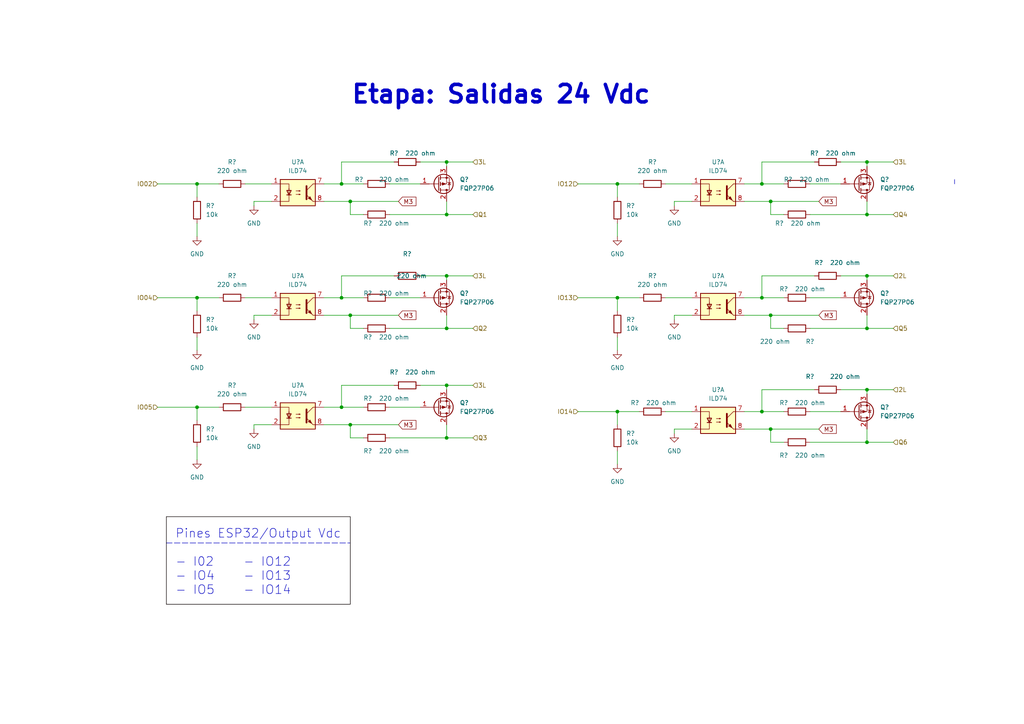
<source format=kicad_sch>
(kicad_sch (version 20211123) (generator eeschema)
  (paper "A4")
  (lib_symbols
    (symbol "Device:R" (pin_numbers hide) (pin_names (offset 0))
      (property "Reference" "R" (at 2.032 0 90))
      (property "Value" "R" (at 0 0 90))
      (symbol "R_0_1"
        (rectangle (start -1.016 -2.54) (end 1.016 2.54) (stroke (width 0.254)))
      )
      (symbol "R_1_1"
        (pin passive line (at 0 3.81 270) (length 1.27) (name "~") (number "1"))
        (pin passive line (at 0 -3.81 90) (length 1.27) (name "~") (number "2"))
      )
    )
    (symbol "Isolator:ILD74" (pin_names (offset 1.016))
      (property "Reference" "U" (at -5.08 5.08 0))
      (property "Value" "ILD74" (at 0 5.08 0))
      (symbol "ILD74_0_1"
        (rectangle (start -5.08 3.81) (end 5.08 -3.81) (stroke (width 0.254)) (fill (type background)))
        (polyline (pts (xy -3.175 -0.635) (xy -1.905 -0.635)) (stroke (width 0.254)))
        (polyline (pts (xy 2.54 0.635) (xy 4.445 2.54)))
        (polyline (pts (xy 4.445 -2.54) (xy 2.54 -0.635)) (fill (type outline)))
        (polyline (pts (xy 4.445 -2.54) (xy 5.08 -2.54)))
        (polyline (pts (xy 4.445 2.54) (xy 5.08 2.54)))
        (polyline (pts (xy -5.08 2.54) (xy -2.54 2.54) (xy -2.54 0.635)))
        (polyline (pts (xy 2.54 1.905) (xy 2.54 -1.905) (xy 2.54 -1.905)) (stroke (width 0.508)))
        (polyline (pts (xy -2.54 -0.635) (xy -3.175 0.635) (xy -1.905 0.635) (xy -2.54 -0.635)) (stroke (width 0.254)))
        (polyline (pts (xy -2.54 -0.635) (xy -2.54 1.27) (xy -2.54 -2.54) (xy -5.08 -2.54)))
        (polyline (pts (xy -0.508 -0.508) (xy 0.762 -0.508) (xy 0.381 -0.635) (xy 0.381 -0.381) (xy 0.762 -0.508)))
        (polyline (pts (xy -0.508 0.508) (xy 0.762 0.508) (xy 0.381 0.381) (xy 0.381 0.635) (xy 0.762 0.508)))
        (polyline (pts (xy 3.048 -1.651) (xy 3.556 -1.143) (xy 4.064 -2.159) (xy 3.048 -1.651) (xy 3.048 -1.651)) (fill (type outline)))
      )
      (symbol "ILD74_1_1"
        (pin passive line (at -7.62 2.54 0) (length 2.54) (name "~") (number "1"))
        (pin passive line (at -7.62 -2.54 0) (length 2.54) (name "~") (number "2"))
        (pin passive line (at 7.62 2.54 180) (length 2.54) (name "~") (number "7"))
        (pin passive line (at 7.62 -2.54 180) (length 2.54) (name "~") (number "8"))
      )
      (symbol "ILD74_2_1"
        (pin passive line (at -7.62 -2.54 0) (length 2.54) (name "~") (number "3"))
        (pin passive line (at -7.62 2.54 0) (length 2.54) (name "~") (number "4"))
        (pin passive line (at 7.62 -2.54 180) (length 2.54) (name "~") (number "5"))
        (pin passive line (at 7.62 2.54 180) (length 2.54) (name "~") (number "6"))
      )
    )
    (symbol "Transistor_FET:FQP27P06" (pin_names hide)
      (property "Reference" "Q" (at 5.08 1.905 0))
      (property "Value" "FQP27P06" (at 5.08 0 0))
      (symbol "FQP27P06_0_1"
        (polyline (pts (xy 0.254 0) (xy -2.54 0)))
        (polyline (pts (xy 0.254 1.905) (xy 0.254 -1.905)) (stroke (width 0.254)))
        (polyline (pts (xy 0.762 -1.27) (xy 0.762 -2.286)) (stroke (width 0.254)))
        (polyline (pts (xy 0.762 0.508) (xy 0.762 -0.508)) (stroke (width 0.254)))
        (polyline (pts (xy 0.762 2.286) (xy 0.762 1.27)) (stroke (width 0.254)))
        (polyline (pts (xy 2.54 2.54) (xy 2.54 1.778)))
        (polyline (pts (xy 2.54 -2.54) (xy 2.54 0) (xy 0.762 0)))
        (polyline (pts (xy 0.762 1.778) (xy 3.302 1.778) (xy 3.302 -1.778) (xy 0.762 -1.778)))
        (polyline (pts (xy 2.286 0) (xy 1.27 0.381) (xy 1.27 -0.381) (xy 2.286 0)) (fill (type outline)))
        (polyline (pts (xy 2.794 -0.508) (xy 2.921 -0.381) (xy 3.683 -0.381) (xy 3.81 -0.254)))
        (polyline (pts (xy 3.302 -0.381) (xy 2.921 0.254) (xy 3.683 0.254) (xy 3.302 -0.381)))
        (circle (center 1.651 0) (radius 2.794) (stroke (width 0.254)))
        (circle (center 2.54 -1.778) (radius 0.254) (fill (type outline)))
        (circle (center 2.54 1.778) (radius 0.254) (fill (type outline)))
      )
      (symbol "FQP27P06_1_1"
        (pin input line (at -5.08 0 0) (length 2.54) (name "G") (number "1"))
        (pin passive line (at 2.54 5.08 270) (length 2.54) (name "D") (number "2"))
        (pin passive line (at 2.54 -5.08 90) (length 2.54) (name "S") (number "3"))
      )
    )
    (symbol "power:GND" (power) (pin_names (offset 0))
      (property "Value" "GND" (at 0 -3.81 0))
      (symbol "GND_0_1"
        (polyline (pts (xy 0 0) (xy 0 -1.27) (xy 1.27 -1.27) (xy 0 -2.54) (xy -1.27 -1.27) (xy 0 -1.27)))
      )
      (symbol "GND_1_1"
        (pin power_in line (at 0 0 270) (length 0) hide (name "GND") (number "1"))
      )
    )
  )
  (junction (at 129.54 46.99))
  (junction (at 220.98 119.38))
  (junction (at 223.52 91.44))
  (junction (at 179.07 86.36))
  (junction (at 129.54 127))
  (junction (at 101.6 123.19))
  (junction (at 251.46 113.03))
  (junction (at 129.54 80.01))
  (junction (at 251.46 62.23))
  (junction (at 223.52 124.46))
  (junction (at 101.6 58.42))
  (junction (at 99.06 53.34))
  (junction (at 251.46 128.27))
  (junction (at 179.07 53.34))
  (junction (at 179.07 119.38))
  (junction (at 129.54 62.23))
  (junction (at 251.46 46.99))
  (junction (at 57.15 53.34))
  (junction (at 220.98 53.34))
  (junction (at 129.54 95.25))
  (junction (at 101.6 91.44))
  (junction (at 220.98 86.36))
  (junction (at 57.15 118.11))
  (junction (at 251.46 95.25))
  (junction (at 99.06 118.11))
  (junction (at 223.52 58.42))
  (junction (at 251.46 80.01))
  (junction (at 99.06 86.36))
  (junction (at 57.15 86.36))
  (junction (at 129.54 111.76))
  (wire (pts (xy 57.15 53.34) (xy 63.5 53.34)))
  (polyline (pts (xy 48.26 157.48) (xy 101.6 157.48)))
  (wire (pts (xy 215.9 119.38) (xy 220.98 119.38)))
  (wire (pts (xy 57.15 118.11) (xy 63.5 118.11)))
  (wire (pts (xy 234.95 86.36) (xy 243.84 86.36)))
  (wire (pts (xy 99.06 80.01) (xy 99.06 86.36)))
  (wire (pts (xy 243.84 113.03) (xy 251.46 113.03)))
  (wire (pts (xy 129.54 62.23) (xy 137.16 62.23)))
  (wire (pts (xy 101.6 127) (xy 101.6 123.19)))
  (wire (pts (xy 243.84 80.01) (xy 251.46 80.01)))
  (wire (pts (xy 114.3 46.99) (xy 99.06 46.99)))
  (wire (pts (xy 129.54 95.25) (xy 137.16 95.25)))
  (wire (pts (xy 101.6 58.42) (xy 115.57 58.42)))
  (wire (pts (xy 93.98 86.36) (xy 99.06 86.36)))
  (wire (pts (xy 167.64 86.36) (xy 179.07 86.36)))
  (wire (pts (xy 243.84 46.99) (xy 251.46 46.99)))
  (wire (pts (xy 251.46 62.23) (xy 259.08 62.23)))
  (wire (pts (xy 99.06 46.99) (xy 99.06 53.34)))
  (wire (pts (xy 78.74 58.42) (xy 73.66 58.42)))
  (wire (pts (xy 234.95 128.27) (xy 251.46 128.27)))
  (wire (pts (xy 179.07 119.38) (xy 179.07 123.19)))
  (wire (pts (xy 215.9 53.34) (xy 220.98 53.34)))
  (polyline (pts (xy 48.26 175.26) (xy 101.6 175.26)) (stroke (width 0) (type solid) (color 8 0 0 1)))
  (wire (pts (xy 101.6 62.23) (xy 101.6 58.42)))
  (wire (pts (xy 105.41 62.23) (xy 101.6 62.23)))
  (wire (pts (xy 251.46 62.23) (xy 251.46 58.42)))
  (wire (pts (xy 113.03 95.25) (xy 129.54 95.25)))
  (polyline (pts (xy 48.26 149.86) (xy 48.26 175.26)) (stroke (width 0) (type solid) (color 8 0 0 1)))
  (wire (pts (xy 200.66 58.42) (xy 195.58 58.42)))
  (wire (pts (xy 129.54 95.25) (xy 129.54 91.44)))
  (wire (pts (xy 121.92 80.01) (xy 129.54 80.01)))
  (wire (pts (xy 179.07 53.34) (xy 185.42 53.34)))
  (wire (pts (xy 227.33 128.27) (xy 223.52 128.27)))
  (wire (pts (xy 99.06 86.36) (xy 105.41 86.36)))
  (wire (pts (xy 195.58 58.42) (xy 195.58 59.69)))
  (wire (pts (xy 73.66 91.44) (xy 73.66 92.71)))
  (wire (pts (xy 129.54 46.99) (xy 137.16 46.99)))
  (wire (pts (xy 121.92 111.76) (xy 129.54 111.76)))
  (wire (pts (xy 57.15 129.54) (xy 57.15 133.35)))
  (wire (pts (xy 129.54 127) (xy 137.16 127)))
  (wire (pts (xy 129.54 80.01) (xy 137.16 80.01)))
  (wire (pts (xy 179.07 86.36) (xy 179.07 90.17)))
  (wire (pts (xy 223.52 95.25) (xy 223.52 91.44)))
  (wire (pts (xy 236.22 80.01) (xy 220.98 80.01)))
  (wire (pts (xy 129.54 46.99) (xy 129.54 48.26)))
  (wire (pts (xy 223.52 124.46) (xy 215.9 124.46)))
  (wire (pts (xy 223.52 58.42) (xy 215.9 58.42)))
  (wire (pts (xy 179.07 119.38) (xy 185.42 119.38)))
  (wire (pts (xy 223.52 91.44) (xy 237.49 91.44)))
  (wire (pts (xy 57.15 118.11) (xy 57.15 121.92)))
  (wire (pts (xy 251.46 95.25) (xy 259.08 95.25)))
  (wire (pts (xy 220.98 80.01) (xy 220.98 86.36)))
  (wire (pts (xy 179.07 64.77) (xy 179.07 68.58)))
  (wire (pts (xy 114.3 111.76) (xy 99.06 111.76)))
  (wire (pts (xy 251.46 113.03) (xy 251.46 114.3)))
  (wire (pts (xy 99.06 53.34) (xy 105.41 53.34)))
  (wire (pts (xy 113.03 86.36) (xy 121.92 86.36)))
  (wire (pts (xy 234.95 119.38) (xy 243.84 119.38)))
  (wire (pts (xy 113.03 62.23) (xy 129.54 62.23)))
  (wire (pts (xy 251.46 128.27) (xy 259.08 128.27)))
  (wire (pts (xy 101.6 123.19) (xy 93.98 123.19)))
  (wire (pts (xy 129.54 127) (xy 129.54 123.19)))
  (wire (pts (xy 93.98 118.11) (xy 99.06 118.11)))
  (wire (pts (xy 234.95 95.25) (xy 251.46 95.25)))
  (wire (pts (xy 78.74 91.44) (xy 73.66 91.44)))
  (wire (pts (xy 234.95 53.34) (xy 243.84 53.34)))
  (wire (pts (xy 251.46 95.25) (xy 251.46 91.44)))
  (polyline (pts (xy 48.26 149.86) (xy 101.6 149.86)) (stroke (width 0) (type solid) (color 8 0 0 1)))
  (wire (pts (xy 57.15 53.34) (xy 57.15 57.15)))
  (wire (pts (xy 193.04 53.34) (xy 200.66 53.34)))
  (wire (pts (xy 179.07 53.34) (xy 179.07 57.15)))
  (wire (pts (xy 73.66 123.19) (xy 73.66 124.46)))
  (wire (pts (xy 220.98 53.34) (xy 227.33 53.34)))
  (wire (pts (xy 167.64 119.38) (xy 179.07 119.38)))
  (wire (pts (xy 220.98 86.36) (xy 227.33 86.36)))
  (wire (pts (xy 179.07 97.79) (xy 179.07 101.6)))
  (wire (pts (xy 78.74 123.19) (xy 73.66 123.19)))
  (wire (pts (xy 57.15 86.36) (xy 63.5 86.36)))
  (wire (pts (xy 71.12 53.34) (xy 78.74 53.34)))
  (wire (pts (xy 236.22 113.03) (xy 220.98 113.03)))
  (wire (pts (xy 57.15 64.77) (xy 57.15 68.58)))
  (wire (pts (xy 227.33 62.23) (xy 223.52 62.23)))
  (wire (pts (xy 223.52 128.27) (xy 223.52 124.46)))
  (wire (pts (xy 45.72 86.36) (xy 57.15 86.36)))
  (wire (pts (xy 236.22 46.99) (xy 220.98 46.99)))
  (wire (pts (xy 179.07 130.81) (xy 179.07 134.62)))
  (wire (pts (xy 113.03 127) (xy 129.54 127)))
  (wire (pts (xy 223.52 124.46) (xy 237.49 124.46)))
  (wire (pts (xy 71.12 118.11) (xy 78.74 118.11)))
  (wire (pts (xy 57.15 97.79) (xy 57.15 101.6)))
  (wire (pts (xy 114.3 80.01) (xy 99.06 80.01)))
  (wire (pts (xy 227.33 95.25) (xy 223.52 95.25)))
  (wire (pts (xy 73.66 58.42) (xy 73.66 59.69)))
  (wire (pts (xy 251.46 80.01) (xy 251.46 81.28)))
  (wire (pts (xy 101.6 91.44) (xy 115.57 91.44)))
  (polyline (pts (xy 101.6 175.26) (xy 101.6 149.86)) (stroke (width 0) (type solid) (color 8 0 0 1)))
  (wire (pts (xy 45.72 118.11) (xy 57.15 118.11)))
  (wire (pts (xy 101.6 123.19) (xy 115.57 123.19)))
  (wire (pts (xy 129.54 111.76) (xy 129.54 113.03)))
  (wire (pts (xy 220.98 46.99) (xy 220.98 53.34)))
  (wire (pts (xy 99.06 111.76) (xy 99.06 118.11)))
  (wire (pts (xy 129.54 80.01) (xy 129.54 81.28)))
  (wire (pts (xy 200.66 124.46) (xy 195.58 124.46)))
  (wire (pts (xy 251.46 113.03) (xy 259.08 113.03)))
  (wire (pts (xy 121.92 46.99) (xy 129.54 46.99)))
  (wire (pts (xy 113.03 53.34) (xy 121.92 53.34)))
  (wire (pts (xy 71.12 86.36) (xy 78.74 86.36)))
  (wire (pts (xy 129.54 111.76) (xy 137.16 111.76)))
  (wire (pts (xy 200.66 91.44) (xy 195.58 91.44)))
  (wire (pts (xy 45.72 53.34) (xy 57.15 53.34)))
  (wire (pts (xy 93.98 53.34) (xy 99.06 53.34)))
  (wire (pts (xy 195.58 91.44) (xy 195.58 92.71)))
  (wire (pts (xy 101.6 91.44) (xy 93.98 91.44)))
  (wire (pts (xy 105.41 95.25) (xy 101.6 95.25)))
  (wire (pts (xy 99.06 118.11) (xy 105.41 118.11)))
  (wire (pts (xy 195.58 124.46) (xy 195.58 125.73)))
  (wire (pts (xy 223.52 58.42) (xy 237.49 58.42)))
  (wire (pts (xy 101.6 58.42) (xy 93.98 58.42)))
  (wire (pts (xy 105.41 127) (xy 101.6 127)))
  (wire (pts (xy 129.54 62.23) (xy 129.54 58.42)))
  (wire (pts (xy 251.46 46.99) (xy 251.46 48.26)))
  (wire (pts (xy 234.95 62.23) (xy 251.46 62.23)))
  (wire (pts (xy 223.52 62.23) (xy 223.52 58.42)))
  (wire (pts (xy 220.98 113.03) (xy 220.98 119.38)))
  (wire (pts (xy 251.46 80.01) (xy 259.08 80.01)))
  (wire (pts (xy 193.04 119.38) (xy 200.66 119.38)))
  (wire (pts (xy 167.64 53.34) (xy 179.07 53.34)))
  (polyline (pts (xy 276.86 52.07) (xy 276.86 53.34)))
  (wire (pts (xy 193.04 86.36) (xy 200.66 86.36)))
  (wire (pts (xy 179.07 86.36) (xy 185.42 86.36)))
  (wire (pts (xy 251.46 46.99) (xy 259.08 46.99)))
  (wire (pts (xy 220.98 119.38) (xy 227.33 119.38)))
  (wire (pts (xy 223.52 91.44) (xy 215.9 91.44)))
  (wire (pts (xy 113.03 118.11) (xy 121.92 118.11)))
  (wire (pts (xy 101.6 95.25) (xy 101.6 91.44)))
  (wire (pts (xy 57.15 86.36) (xy 57.15 90.17)))
  (wire (pts (xy 251.46 128.27) (xy 251.46 124.46)))
  (wire (pts (xy 215.9 86.36) (xy 220.98 86.36)))
  (text "Etapa: Salidas 24 Vdc" (at 101.6 30.48 0) (effects (font (size 5.08 5.08) (thickness 1.016) bold) (justify left bottom)))
  (text "Pines ESP32/Output Vdc\n\n- I02	- IO12\n- IO4	- IO13\n- IO5	- IO14" (at 50.8 172.72 0) (effects (font (size 2.54 2.54)) (justify left bottom)))
  (global_label "M3" (shape input) (at 237.49 58.42 0) (property "Intersheet References" "${INTERSHEET_REFS}" (effects hide)))
  (global_label "M3" (shape input) (at 115.57 91.44 0) (property "Intersheet References" "${INTERSHEET_REFS}" (effects hide)))
  (global_label "M3" (shape input) (at 237.49 91.44 0) (property "Intersheet References" "${INTERSHEET_REFS}" (effects hide)))
  (global_label "M3" (shape input) (at 115.57 58.42 0) (property "Intersheet References" "${INTERSHEET_REFS}" (effects hide)))
  (global_label "M3" (shape input) (at 115.57 123.19 0) (property "Intersheet References" "${INTERSHEET_REFS}" (effects hide)))
  (global_label "M3" (shape input) (at 237.49 124.46 0) (property "Intersheet References" "${INTERSHEET_REFS}" (effects hide)))
  (hierarchical_label "IO02" (shape input) (at 45.72 53.34 180))
  (hierarchical_label "IO05" (shape input) (at 45.72 118.11 180))
  (hierarchical_label "2L" (shape input) (at 259.08 113.03 0))
  (hierarchical_label "3L" (shape input) (at 137.16 80.01 0))
  (hierarchical_label "Q2" (shape input) (at 137.16 95.25 0))
  (hierarchical_label "IO14" (shape input) (at 167.64 119.38 180))
  (hierarchical_label "Q3" (shape input) (at 137.16 127 0))
  (hierarchical_label "3L" (shape input) (at 137.16 46.99 0))
  (hierarchical_label "Q5" (shape input) (at 259.08 95.25 0))
  (hierarchical_label "IO13" (shape input) (at 167.64 86.36 180))
  (hierarchical_label "Q6" (shape input) (at 259.08 128.27 0))
  (hierarchical_label "3L" (shape input) (at 137.16 111.76 0))
  (hierarchical_label "Q4" (shape input) (at 259.08 62.23 0))
  (hierarchical_label "IO12" (shape input) (at 167.64 53.34 180))
  (hierarchical_label "Q1" (shape input) (at 137.16 62.23 0))
  (hierarchical_label "2L" (shape input) (at 259.08 80.01 0))
  (hierarchical_label "IO04" (shape input) (at 45.72 86.36 180))
  (hierarchical_label "3L" (shape input) (at 259.08 46.99 0))
  (symbol (lib_id "Device:R") (at 57.15 125.73 0) (unit 1)
    (property "Reference" "R?" (at 59.69 124.4599 0) (effects (justify left)))
    (property "Value" "10k" (at 59.69 126.9999 0) (effects (justify left)))
    (property "Footprint" "Resistor_SMD:R_0603_1608Metric_Pad0.98x0.95mm_HandSolder" (effects hide))
  )
  (symbol (lib_id "Device:R") (at 189.23 53.34 90) (unit 1)
    (property "Reference" "R?" (at 189.23 46.99 90))
    (property "Value" "220 ohm" (at 189.23 49.53 90))
    (property "Footprint" "Resistor_SMD:R_0603_1608Metric_Pad0.98x0.95mm_HandSolder" (effects hide))
  )
  (symbol (lib_id "Device:R") (at 118.11 111.76 90) (unit 1)
    (property "Reference" "R?" (at 114.3 107.95 90))
    (property "Value" "220 ohm" (at 121.92 107.95 90))
    (property "Footprint" "Resistor_SMD:R_0603_1608Metric_Pad0.98x0.95mm_HandSolder" (effects hide))
  )
  (symbol (lib_id "power:GND") (at 57.15 68.58 0) (unit 1)
    (property "Reference" "#PWR?" (effects hide))
    (property "Value" "GND" (at 57.15 73.66 0))
  )
  (symbol (lib_id "power:GND") (at 179.07 101.6 0) (unit 1)
    (property "Reference" "#PWR?" (effects hide))
    (property "Value" "GND" (at 179.07 106.68 0))
  )
  (symbol (lib_id "power:GND") (at 73.66 92.71 0) (unit 1)
    (property "Reference" "#PWR?" (effects hide))
    (property "Value" "GND" (at 73.66 97.79 0))
  )
  (symbol (lib_id "power:GND") (at 195.58 125.73 0) (unit 1)
    (property "Reference" "#PWR?" (effects hide))
    (property "Value" "GND" (at 195.58 130.81 0))
  )
  (symbol (lib_id "Device:R") (at 57.15 60.96 0) (unit 1)
    (property "Reference" "R?" (at 59.69 59.6899 0) (effects (justify left)))
    (property "Value" "10k" (at 59.69 62.2299 0) (effects (justify left)))
    (property "Footprint" "Resistor_SMD:R_0603_1608Metric_Pad0.98x0.95mm_HandSolder" (effects hide))
  )
  (symbol (lib_id "power:GND") (at 179.07 134.62 0) (unit 1)
    (property "Reference" "#PWR?" (effects hide))
    (property "Value" "GND" (at 179.07 139.7 0))
  )
  (symbol (lib_id "Isolator:ILD74") (at 86.36 88.9 0) (unit 1)
    (property "Reference" "U?" (at 86.36 80.01 0))
    (property "Value" "ILD74" (at 86.36 82.55 0))
    (property "Footprint" "Package_DIP:DIP-4_W7.62mm" (effects hide))
    (property "Datasheet" "https://www.vishay.com/docs/83640/ild74.pdf" (effects hide))
  )
  (symbol (lib_id "Device:R") (at 109.22 95.25 90) (unit 1)
    (property "Reference" "R?" (at 106.68 97.79 90))
    (property "Value" "220 ohm" (at 114.3 97.79 90))
    (property "Footprint" "Resistor_SMD:R_0603_1608Metric_Pad0.98x0.95mm_HandSolder" (effects hide))
  )
  (symbol (lib_id "Transistor_FET:FQP27P06") (at 248.92 86.36 0) (mirror x) (unit 1)
    (property "Reference" "Q?" (at 255.27 85.0899 0) (effects (justify left)))
    (property "Value" "FQP27P06" (at 255.27 87.6299 0) (effects (justify left)))
    (property "Footprint" "Package_TO_SOT_SMD:TO-252-2_TabPin1" (effects hide))
    (property "Datasheet" "https://www.onsemi.com/pub/Collateral/FQP27P06-D.PDF" (effects hide))
  )
  (symbol (lib_id "Device:R") (at 189.23 86.36 90) (unit 1)
    (property "Reference" "R?" (at 189.23 80.01 90))
    (property "Value" "220 ohm" (at 189.23 82.55 90))
    (property "Footprint" "Resistor_SMD:R_0603_1608Metric_Pad0.98x0.95mm_HandSolder" (effects hide))
  )
  (symbol (lib_id "Transistor_FET:FQP27P06") (at 127 53.34 0) (mirror x) (unit 1)
    (property "Reference" "Q?" (at 133.35 52.0699 0) (effects (justify left)))
    (property "Value" "FQP27P06" (at 133.35 54.6099 0) (effects (justify left)))
    (property "Footprint" "Package_TO_SOT_SMD:TO-252-2_TabPin1" (effects hide))
    (property "Datasheet" "https://www.onsemi.com/pub/Collateral/FQP27P06-D.PDF" (effects hide))
  )
  (symbol (lib_id "Device:R") (at 179.07 60.96 0) (unit 1)
    (property "Reference" "R?" (at 181.61 59.6899 0) (effects (justify left)))
    (property "Value" "10k" (at 181.61 62.2299 0) (effects (justify left)))
    (property "Footprint" "Resistor_SMD:R_0603_1608Metric_Pad0.98x0.95mm_HandSolder" (effects hide))
  )
  (symbol (lib_id "Isolator:ILD74") (at 208.28 55.88 0) (unit 1)
    (property "Reference" "U?" (at 208.28 46.99 0))
    (property "Value" "ILD74" (at 208.28 49.53 0))
    (property "Footprint" "Package_DIP:DIP-4_W7.62mm" (effects hide))
    (property "Datasheet" "https://www.vishay.com/docs/83640/ild74.pdf" (effects hide))
  )
  (symbol (lib_id "Device:R") (at 118.11 46.99 90) (unit 1)
    (property "Reference" "R?" (at 114.3 44.45 90))
    (property "Value" "220 ohm" (at 121.92 44.45 90))
    (property "Footprint" "Resistor_SMD:R_0603_1608Metric_Pad0.98x0.95mm_HandSolder" (effects hide))
  )
  (symbol (lib_id "Transistor_FET:FQP27P06") (at 127 86.36 0) (mirror x) (unit 1)
    (property "Reference" "Q?" (at 133.35 85.0899 0) (effects (justify left)))
    (property "Value" "FQP27P06" (at 133.35 87.6299 0) (effects (justify left)))
    (property "Footprint" "Package_TO_SOT_SMD:TO-252-2_TabPin1" (effects hide))
    (property "Datasheet" "https://www.onsemi.com/pub/Collateral/FQP27P06-D.PDF" (effects hide))
  )
  (symbol (lib_id "Device:R") (at 109.22 127 90) (unit 1)
    (property "Reference" "R?" (at 106.68 130.81 90))
    (property "Value" "220 ohm" (at 114.3 130.81 90))
    (property "Footprint" "Resistor_SMD:R_0603_1608Metric_Pad0.98x0.95mm_HandSolder" (effects hide))
  )
  (symbol (lib_id "Transistor_FET:FQP27P06") (at 248.92 119.38 0) (mirror x) (unit 1)
    (property "Reference" "Q?" (at 255.27 118.1099 0) (effects (justify left)))
    (property "Value" "FQP27P06" (at 255.27 120.6499 0) (effects (justify left)))
    (property "Footprint" "Package_TO_SOT_SMD:TO-252-2_TabPin1" (effects hide))
    (property "Datasheet" "https://www.onsemi.com/pub/Collateral/FQP27P06-D.PDF" (effects hide))
  )
  (symbol (lib_id "Device:R") (at 109.22 53.34 90) (unit 1)
    (property "Reference" "R?" (at 104.14 52.07 90))
    (property "Value" "220 ohm" (at 114.3 52.07 90))
    (property "Footprint" "Resistor_SMD:R_0603_1608Metric_Pad0.98x0.95mm_HandSolder" (effects hide))
  )
  (symbol (lib_id "Device:R") (at 179.07 127 0) (unit 1)
    (property "Reference" "R?" (at 181.61 125.7299 0) (effects (justify left)))
    (property "Value" "10k" (at 181.61 128.2699 0) (effects (justify left)))
    (property "Footprint" "Resistor_SMD:R_0603_1608Metric_Pad0.98x0.95mm_HandSolder" (effects hide))
  )
  (symbol (lib_id "Device:R") (at 109.22 86.36 90) (unit 1)
    (property "Reference" "R?" (at 106.68 85.09 90))
    (property "Value" "220 ohm" (at 114.3 85.09 90))
    (property "Footprint" "Resistor_SMD:R_0603_1608Metric_Pad0.98x0.95mm_HandSolder" (effects hide))
  )
  (symbol (lib_id "Isolator:ILD74") (at 86.36 120.65 0) (unit 1)
    (property "Reference" "U?" (at 86.36 111.76 0))
    (property "Value" "ILD74" (at 86.36 114.3 0))
    (property "Footprint" "Package_DIP:DIP-4_W7.62mm" (effects hide))
    (property "Datasheet" "https://www.vishay.com/docs/83640/ild74.pdf" (effects hide))
  )
  (symbol (lib_id "Device:R") (at 240.03 46.99 90) (unit 1)
    (property "Reference" "R?" (at 236.22 44.45 90))
    (property "Value" "220 ohm" (at 243.84 44.45 90))
    (property "Footprint" "Resistor_SMD:R_0603_1608Metric_Pad0.98x0.95mm_HandSolder" (effects hide))
  )
  (symbol (lib_id "Device:R") (at 67.31 118.11 90) (unit 1)
    (property "Reference" "R?" (at 67.31 111.76 90))
    (property "Value" "220 ohm" (at 67.31 114.3 90))
    (property "Footprint" "Resistor_SMD:R_0603_1608Metric_Pad0.98x0.95mm_HandSolder" (effects hide))
  )
  (symbol (lib_id "Device:R") (at 231.14 128.27 90) (unit 1)
    (property "Reference" "R?" (at 227.33 132.08 90))
    (property "Value" "220 ohm" (at 234.95 132.08 90))
    (property "Footprint" "Resistor_SMD:R_0603_1608Metric_Pad0.98x0.95mm_HandSolder" (effects hide))
  )
  (symbol (lib_id "Device:R") (at 109.22 118.11 90) (unit 1)
    (property "Reference" "R?" (at 106.68 115.57 90))
    (property "Value" "220 ohm" (at 114.3 115.57 90))
    (property "Footprint" "Resistor_SMD:R_0603_1608Metric_Pad0.98x0.95mm_HandSolder" (effects hide))
  )
  (symbol (lib_id "Device:R") (at 231.14 86.36 90) (unit 1)
    (property "Reference" "R?" (at 227.33 83.82 90))
    (property "Value" "220 ohm" (at 234.95 83.82 90))
    (property "Footprint" "Resistor_SMD:R_0603_1608Metric_Pad0.98x0.95mm_HandSolder" (effects hide))
  )
  (symbol (lib_id "power:GND") (at 179.07 68.58 0) (unit 1)
    (property "Reference" "#PWR?" (effects hide))
    (property "Value" "GND" (at 179.07 73.66 0))
  )
  (symbol (lib_id "power:GND") (at 73.66 59.69 0) (unit 1)
    (property "Reference" "#PWR?" (effects hide))
    (property "Value" "GND" (at 73.66 64.77 0))
  )
  (symbol (lib_id "Transistor_FET:FQP27P06") (at 127 118.11 0) (mirror x) (unit 1)
    (property "Reference" "Q?" (at 133.35 116.8399 0) (effects (justify left)))
    (property "Value" "FQP27P06" (at 133.35 119.3799 0) (effects (justify left)))
    (property "Footprint" "Package_TO_SOT_SMD:TO-252-2_TabPin1" (effects hide))
    (property "Datasheet" "https://www.onsemi.com/pub/Collateral/FQP27P06-D.PDF" (effects hide))
  )
  (symbol (lib_id "Isolator:ILD74") (at 208.28 121.92 0) (unit 1)
    (property "Reference" "U?" (at 208.28 113.03 0))
    (property "Value" "ILD74" (at 208.28 115.57 0))
    (property "Footprint" "Package_DIP:DIP-4_W7.62mm" (effects hide))
    (property "Datasheet" "https://www.vishay.com/docs/83640/ild74.pdf" (effects hide))
  )
  (symbol (lib_id "Device:R") (at 240.03 80.01 90) (unit 1)
    (property "Reference" "R?" (at 237.49 76.2 90))
    (property "Value" "220 ohm" (at 245.11 76.2 90))
    (property "Footprint" "Resistor_SMD:R_0603_1608Metric_Pad0.98x0.95mm_HandSolder" (effects hide))
  )
  (symbol (lib_id "Device:R") (at 109.22 62.23 90) (unit 1)
    (property "Reference" "R?" (at 106.68 64.77 90))
    (property "Value" "220 ohm" (at 114.3 64.77 90))
    (property "Footprint" "Resistor_SMD:R_0603_1608Metric_Pad0.98x0.95mm_HandSolder" (effects hide))
  )
  (symbol (lib_id "Device:R") (at 231.14 119.38 90) (unit 1)
    (property "Reference" "R?" (at 227.33 116.84 90))
    (property "Value" "220 ohm" (at 234.95 116.84 90))
    (property "Footprint" "Resistor_SMD:R_0603_1608Metric_Pad0.98x0.95mm_HandSolder" (effects hide))
  )
  (symbol (lib_id "Device:R") (at 67.31 86.36 90) (unit 1)
    (property "Reference" "R?" (at 67.31 80.01 90))
    (property "Value" "220 ohm" (at 67.31 82.55 90))
    (property "Footprint" "Resistor_SMD:R_0603_1608Metric_Pad0.98x0.95mm_HandSolder" (effects hide))
  )
  (symbol (lib_id "Device:R") (at 67.31 53.34 90) (unit 1)
    (property "Reference" "R?" (at 67.31 46.99 90))
    (property "Value" "220 ohm" (at 67.31 49.53 90))
    (property "Footprint" "Resistor_SMD:R_0603_1608Metric_Pad0.98x0.95mm_HandSolder" (effects hide))
  )
  (symbol (lib_id "power:GND") (at 195.58 59.69 0) (unit 1)
    (property "Reference" "#PWR?" (effects hide))
    (property "Value" "GND" (at 195.58 64.77 0))
  )
  (symbol (lib_id "Device:R") (at 231.14 62.23 90) (unit 1)
    (property "Reference" "R?" (at 226.06 64.77 90))
    (property "Value" "220 ohm" (at 233.68 64.77 90))
    (property "Footprint" "Resistor_SMD:R_0603_1608Metric_Pad0.98x0.95mm_HandSolder" (effects hide))
  )
  (symbol (lib_id "Device:R") (at 231.14 95.25 90) (unit 1)
    (property "Reference" "R?" (at 234.95 99.06 90))
    (property "Value" "220 ohm" (at 224.79 99.06 90))
    (property "Footprint" "Resistor_SMD:R_0603_1608Metric_Pad0.98x0.95mm_HandSolder" (effects hide))
  )
  (symbol (lib_id "Isolator:ILD74") (at 86.36 55.88 0) (unit 1)
    (property "Reference" "U?" (at 86.36 46.99 0))
    (property "Value" "ILD74" (at 86.36 49.53 0))
    (property "Footprint" "Package_DIP:DIP-4_W7.62mm" (effects hide))
    (property "Datasheet" "https://www.vishay.com/docs/83640/ild74.pdf" (effects hide))
  )
  (symbol (lib_id "Device:R") (at 118.11 80.01 90) (unit 1)
    (property "Reference" "R?" (at 118.11 73.66 90))
    (property "Value" "220 ohm" (at 119.38 80.01 90))
    (property "Footprint" "Resistor_SMD:R_0603_1608Metric_Pad0.98x0.95mm_HandSolder" (effects hide))
  )
  (symbol (lib_id "Device:R") (at 57.15 93.98 0) (unit 1)
    (property "Reference" "R?" (at 59.69 92.7099 0) (effects (justify left)))
    (property "Value" "10k" (at 59.69 95.2499 0) (effects (justify left)))
    (property "Footprint" "Resistor_SMD:R_0603_1608Metric_Pad0.98x0.95mm_HandSolder" (effects hide))
  )
  (symbol (lib_id "Device:R") (at 189.23 119.38 90) (unit 1)
    (property "Reference" "R?" (at 184.15 116.84 90))
    (property "Value" "220 ohm" (at 191.77 116.84 90))
    (property "Footprint" "Resistor_SMD:R_0603_1608Metric_Pad0.98x0.95mm_HandSolder" (effects hide))
  )
  (symbol (lib_id "Isolator:ILD74") (at 208.28 88.9 0) (unit 1)
    (property "Reference" "U?" (at 208.28 80.01 0))
    (property "Value" "ILD74" (at 208.28 82.55 0))
    (property "Footprint" "Package_DIP:DIP-4_W7.62mm" (effects hide))
    (property "Datasheet" "https://www.vishay.com/docs/83640/ild74.pdf" (effects hide))
  )
  (symbol (lib_id "power:GND") (at 73.66 124.46 0) (unit 1)
    (property "Reference" "#PWR?" (effects hide))
    (property "Value" "GND" (at 73.66 129.54 0))
  )
  (symbol (lib_id "power:GND") (at 57.15 101.6 0) (unit 1)
    (property "Reference" "#PWR?" (effects hide))
    (property "Value" "GND" (at 57.15 106.68 0))
  )
  (symbol (lib_id "Device:R") (at 179.07 93.98 0) (unit 1)
    (property "Reference" "R?" (at 181.61 92.7099 0) (effects (justify left)))
    (property "Value" "10k" (at 181.61 95.2499 0) (effects (justify left)))
    (property "Footprint" "Resistor_SMD:R_0603_1608Metric_Pad0.98x0.95mm_HandSolder" (effects hide))
  )
  (symbol (lib_id "power:GND") (at 57.15 133.35 0) (unit 1)
    (property "Reference" "#PWR?" (effects hide))
    (property "Value" "GND" (at 57.15 138.43 0))
  )
  (symbol (lib_id "Transistor_FET:FQP27P06") (at 248.92 53.34 0) (mirror x) (unit 1)
    (property "Reference" "Q?" (at 255.27 52.0699 0) (effects (justify left)))
    (property "Value" "FQP27P06" (at 255.27 54.6099 0) (effects (justify left)))
    (property "Footprint" "Package_TO_SOT_SMD:TO-252-2_TabPin1" (effects hide))
    (property "Datasheet" "https://www.onsemi.com/pub/Collateral/FQP27P06-D.PDF" (effects hide))
  )
  (symbol (lib_id "Device:R") (at 231.14 53.34 90) (unit 1)
    (property "Reference" "R?" (at 228.6 52.07 90))
    (property "Value" "220 ohm" (at 236.22 52.07 90))
    (property "Footprint" "Resistor_SMD:R_0603_1608Metric_Pad0.98x0.95mm_HandSolder" (effects hide))
  )
  (symbol (lib_id "Device:R") (at 240.03 113.03 90) (unit 1)
    (property "Reference" "R?" (at 234.95 109.22 90))
    (property "Value" "220 ohm" (at 245.11 109.22 90))
    (property "Footprint" "Resistor_SMD:R_0612_1632Metric" (effects hide))
  )
  (symbol (lib_id "power:GND") (at 195.58 92.71 0) (unit 1)
    (property "Reference" "#PWR?" (effects hide))
    (property "Value" "GND" (at 195.58 97.79 0))
  )
)
</source>
